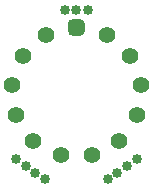
<source format=gbr>
%TF.GenerationSoftware,KiCad,Pcbnew,(5.1.8)-1*%
%TF.CreationDate,2021-07-10T07:53:16+08:00*%
%TF.ProjectId,NixieTubeJackBoard,4e697869-6554-4756-9265-4a61636b426f,rev?*%
%TF.SameCoordinates,Original*%
%TF.FileFunction,Copper,L2,Bot*%
%TF.FilePolarity,Positive*%
%FSLAX46Y46*%
G04 Gerber Fmt 4.6, Leading zero omitted, Abs format (unit mm)*
G04 Created by KiCad (PCBNEW (5.1.8)-1) date 2021-07-10 07:53:16*
%MOMM*%
%LPD*%
G01*
G04 APERTURE LIST*
%TA.AperFunction,ComponentPad*%
%ADD10C,0.850000*%
%TD*%
%TA.AperFunction,ComponentPad*%
%ADD11C,1.400000*%
%TD*%
G04 APERTURE END LIST*
D10*
X95701336Y-106223620D03*
X96520489Y-106797195D03*
X101000000Y-93000000D03*
X104298664Y-106223620D03*
X102660359Y-107370772D03*
X103479511Y-106797195D03*
X99000000Y-93000000D03*
X94882186Y-105650043D03*
X100000000Y-93000001D03*
X105117814Y-105650043D03*
X97339641Y-107370772D03*
D11*
X102555977Y-95129992D03*
X104526411Y-96875644D03*
X105459899Y-99337048D03*
X105142589Y-101950327D03*
X103647175Y-104116809D03*
X101316236Y-105340180D03*
X98683764Y-105340180D03*
X96352825Y-104116809D03*
X94857411Y-101950327D03*
X94540101Y-99337048D03*
X95473589Y-96875644D03*
X97444023Y-95129992D03*
%TA.AperFunction,ComponentPad*%
G36*
G01*
X100700000Y-94150000D02*
X100700000Y-94850000D01*
G75*
G02*
X100350000Y-95200000I-350000J0D01*
G01*
X99650000Y-95200000D01*
G75*
G02*
X99300000Y-94850000I0J350000D01*
G01*
X99300000Y-94150000D01*
G75*
G02*
X99650000Y-93800000I350000J0D01*
G01*
X100350000Y-93800000D01*
G75*
G02*
X100700000Y-94150000I0J-350000D01*
G01*
G37*
%TD.AperFunction*%
M02*

</source>
